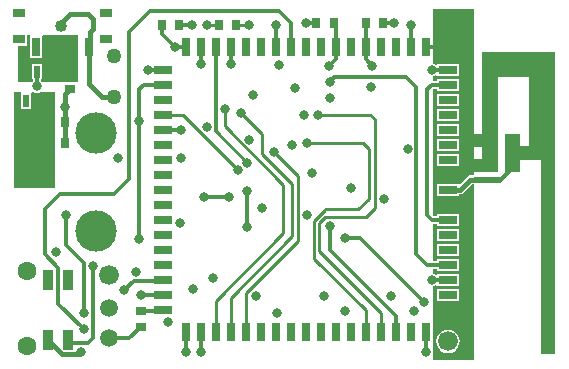
<source format=gtl>
%FSLAX24Y24*%
%MOIN*%
G70*
G01*
G75*
G04 Layer_Physical_Order=1*
G04 Layer_Color=255*
%ADD10R,0.0354X0.0315*%
%ADD11R,0.0315X0.0354*%
%ADD12R,0.0276X0.0354*%
%ADD13R,0.0319X0.0661*%
%ADD14R,0.0394X0.0315*%
%ADD15R,0.0276X0.0591*%
%ADD16R,0.0600X0.0300*%
%ADD17R,0.0300X0.0598*%
%ADD18R,0.0598X0.0300*%
%ADD19R,0.0217X0.0394*%
%ADD20R,0.0157X0.0157*%
%ADD21C,0.0150*%
%ADD22C,0.0120*%
%ADD23C,0.0100*%
%ADD24C,0.0181*%
%ADD25C,0.0630*%
%ADD26C,0.0661*%
%ADD27C,0.0591*%
%ADD28C,0.1378*%
%ADD29C,0.0320*%
%ADD30C,0.0400*%
%ADD31C,0.0500*%
G36*
X1500Y7770D02*
Y5850D01*
X122D01*
Y9050D01*
X358D01*
Y9050D01*
Y9015D01*
D01*
Y9015D01*
X358D01*
Y8501D01*
X694D01*
Y9015D01*
D01*
D01*
D01*
X694D01*
Y9015D01*
X694Y9015D01*
D01*
X730Y9050D01*
X803D01*
X814Y9043D01*
X900Y9026D01*
X986Y9043D01*
X997Y9050D01*
X1500D01*
Y7770D01*
D02*
G37*
G36*
X15450Y7660D02*
X15741D01*
Y10408D01*
X18170D01*
Y337D01*
X17694D01*
Y6794D01*
X16985D01*
Y6400D01*
X16686D01*
X16328Y6042D01*
X15450D01*
Y6223D01*
X16332D01*
X16509Y6400D01*
Y7660D01*
X16985D01*
Y7266D01*
X17300D01*
Y9550D01*
X16249D01*
Y6400D01*
X15450D01*
Y6286D01*
X15332D01*
X15274Y6274D01*
X15224Y6241D01*
X14983Y6000D01*
X14959Y6010D01*
Y6010D01*
X14959Y6010D01*
X14241D01*
Y5590D01*
X14959D01*
Y5647D01*
X15000D01*
X15000Y5647D01*
X15059Y5658D01*
X15108Y5692D01*
X15396Y5979D01*
X15450D01*
Y122D01*
X14100D01*
Y2586D01*
X14136Y2593D01*
X14197Y2633D01*
X14241Y2610D01*
Y2590D01*
X14959D01*
Y3010D01*
X14241D01*
Y2990D01*
X14197Y2967D01*
X14136Y3007D01*
X14100Y3014D01*
Y3178D01*
X14241D01*
Y3090D01*
X14959D01*
Y3510D01*
X14241D01*
Y3422D01*
X14100D01*
Y4678D01*
X14241D01*
Y4590D01*
X14959D01*
Y5010D01*
X14241D01*
Y4922D01*
X14101D01*
X14100Y4923D01*
Y9177D01*
X14101Y9178D01*
X14241D01*
Y9090D01*
X14959D01*
Y9510D01*
X14241D01*
Y9422D01*
X14100D01*
Y9586D01*
X14136Y9593D01*
X14197Y9633D01*
X14241Y9610D01*
Y9590D01*
X14959D01*
Y10010D01*
X14241D01*
Y9990D01*
X14197Y9967D01*
X14136Y10007D01*
X14100Y10014D01*
Y11828D01*
X15450D01*
Y7660D01*
D02*
G37*
G36*
X2250Y9400D02*
X1064D01*
X1059Y9409D01*
X1022Y9433D01*
Y9485D01*
X1068D01*
Y9999D01*
X732D01*
Y9485D01*
X778D01*
Y9433D01*
X741Y9409D01*
X736Y9400D01*
X250D01*
Y10599D01*
X570D01*
Y10950D01*
X666D01*
Y10950D01*
Y10916D01*
X666Y10915D01*
X666Y10915D01*
X666D01*
Y10206D01*
X1062D01*
Y10915D01*
X1062Y10915D01*
D01*
D01*
X1062Y10916D01*
D01*
X1096Y10950D01*
X2250D01*
Y9400D01*
D02*
G37*
%LPC*%
G36*
X14959Y4510D02*
X14241D01*
Y4090D01*
X14959D01*
Y4510D01*
D02*
G37*
G36*
Y7010D02*
X14241D01*
Y6590D01*
X14959D01*
Y7010D01*
D02*
G37*
G36*
Y4010D02*
X14241D01*
Y3590D01*
X14959D01*
Y4010D01*
D02*
G37*
G36*
X14600Y1144D02*
X14498Y1131D01*
X14403Y1091D01*
X14321Y1029D01*
X14259Y947D01*
X14219Y852D01*
X14206Y750D01*
X14219Y648D01*
X14259Y553D01*
X14321Y471D01*
X14403Y409D01*
X14498Y369D01*
X14600Y356D01*
X14702Y369D01*
X14797Y409D01*
X14879Y471D01*
X14941Y553D01*
X14981Y648D01*
X14994Y750D01*
X14981Y852D01*
X14941Y947D01*
X14879Y1029D01*
X14797Y1091D01*
X14702Y1131D01*
X14600Y1144D01*
D02*
G37*
G36*
X14959Y2510D02*
X14241D01*
Y2090D01*
X14959D01*
Y2510D01*
D02*
G37*
G36*
Y8510D02*
X14241D01*
Y8090D01*
X14959D01*
Y8510D01*
D02*
G37*
G36*
Y9010D02*
X14241D01*
Y8590D01*
X14959D01*
Y9010D01*
D02*
G37*
G36*
Y8010D02*
X14241D01*
Y7590D01*
X14959D01*
Y8010D01*
D02*
G37*
G36*
X15741Y7227D02*
X15450D01*
Y6833D01*
X15741D01*
Y7227D01*
D02*
G37*
G36*
X14959Y7510D02*
X14241D01*
Y7090D01*
X14959D01*
Y7510D01*
D02*
G37*
%LPD*%
D10*
X4350Y1776D02*
D03*
Y1224D02*
D03*
X2000Y9726D02*
D03*
Y9174D02*
D03*
D11*
X1274Y8050D02*
D03*
X1826D02*
D03*
X1274Y7350D02*
D03*
X1826D02*
D03*
D12*
X7545Y11300D02*
D03*
X6955D02*
D03*
X5645D02*
D03*
X5055D02*
D03*
X10795Y11350D02*
D03*
X10205D02*
D03*
X11855Y11350D02*
D03*
X12445D02*
D03*
D13*
X1257Y2800D02*
D03*
X1943D02*
D03*
X1257Y800D02*
D03*
X1943D02*
D03*
D14*
X3187Y11683D02*
D03*
X313D02*
D03*
Y10817D02*
D03*
X3187D02*
D03*
D15*
X2636Y10561D02*
D03*
X1455D02*
D03*
X864D02*
D03*
D16*
X5100Y9800D02*
D03*
Y9300D02*
D03*
Y8800D02*
D03*
Y8300D02*
D03*
Y7800D02*
D03*
Y7300D02*
D03*
Y6800D02*
D03*
Y6300D02*
D03*
Y5800D02*
D03*
Y5300D02*
D03*
Y4800D02*
D03*
Y4300D02*
D03*
Y3800D02*
D03*
Y3300D02*
D03*
Y2800D02*
D03*
Y2300D02*
D03*
Y1800D02*
D03*
D17*
X5850Y1050D02*
D03*
X6350D02*
D03*
X6850D02*
D03*
X7350D02*
D03*
X7850D02*
D03*
X8350D02*
D03*
X8850D02*
D03*
X9350D02*
D03*
X9850D02*
D03*
X10350D02*
D03*
X10850D02*
D03*
X11350D02*
D03*
X11850D02*
D03*
X12350D02*
D03*
X12850D02*
D03*
X13350D02*
D03*
X13850D02*
D03*
Y10550D02*
D03*
X13350D02*
D03*
X12850D02*
D03*
X12350D02*
D03*
X11850D02*
D03*
X11350D02*
D03*
X10850D02*
D03*
X10350D02*
D03*
X9850D02*
D03*
X9350D02*
D03*
X8850D02*
D03*
X8350D02*
D03*
X7850D02*
D03*
X7350D02*
D03*
X6850D02*
D03*
X6350D02*
D03*
X5850D02*
D03*
D18*
X14600Y1800D02*
D03*
Y2300D02*
D03*
Y2800D02*
D03*
Y3300D02*
D03*
Y3800D02*
D03*
Y4300D02*
D03*
Y4800D02*
D03*
Y5300D02*
D03*
Y5800D02*
D03*
Y6300D02*
D03*
Y6800D02*
D03*
Y7300D02*
D03*
Y7800D02*
D03*
Y8300D02*
D03*
Y8800D02*
D03*
Y9300D02*
D03*
Y9800D02*
D03*
D19*
X1274Y8758D02*
D03*
X526D02*
D03*
Y9742D02*
D03*
X900D02*
D03*
X1274D02*
D03*
D20*
X15539Y6134D02*
D03*
Y6607D02*
D03*
D21*
X2653Y11053D02*
X2750Y11150D01*
X2650Y11050D02*
X2653Y11053D01*
Y10578D02*
Y11053D01*
X2750Y11150D02*
Y11500D01*
X2600Y11650D02*
X2750Y11500D01*
X2000Y11650D02*
X2600D01*
X1700Y11350D02*
X2000Y11650D01*
X1700Y11250D02*
Y11350D01*
X3050Y8900D02*
X3450D01*
X2636Y9314D02*
X3050Y8900D01*
X2636Y9314D02*
Y10561D01*
X2653Y10578D01*
X1826Y9000D02*
X2000Y9174D01*
X1826Y8574D02*
Y9000D01*
Y8050D02*
Y8574D01*
Y7350D02*
Y8050D01*
X2284Y334D02*
X2350Y400D01*
X1727Y334D02*
X2284D01*
X1261Y800D02*
X1727Y334D01*
X1257Y800D02*
X1261D01*
D22*
X1150Y5150D02*
X1650Y5650D01*
X1150Y3650D02*
Y5150D01*
X1850Y3950D02*
Y4950D01*
Y3950D02*
X2450Y3350D01*
X1150Y3650D02*
X1600Y3200D01*
Y2000D02*
Y3200D01*
Y2000D02*
X2450Y1150D01*
Y1700D02*
Y3350D01*
X4650Y11750D02*
X8950D01*
X3950Y11050D02*
X4650Y11750D01*
X3950Y6150D02*
Y11050D01*
X3450Y5650D02*
X3950Y6150D01*
X1650Y5650D02*
X3450D01*
X900Y9250D02*
Y9742D01*
X11150Y4200D02*
X11650D01*
X13800Y2050D01*
X2043Y700D02*
X2600D01*
X2750Y850D01*
Y3250D01*
X14050Y9300D02*
X14600D01*
X13900Y9150D02*
X14050Y9300D01*
X13900Y4950D02*
Y9150D01*
Y4950D02*
X14050Y4800D01*
X14600D01*
X13900Y3300D02*
X14600D01*
X13530Y3670D02*
X13900Y3300D01*
X10800Y9550D02*
X13200D01*
X10650Y9400D02*
X10800Y9550D01*
X6850Y7750D02*
Y10550D01*
X7350Y10000D02*
Y10550D01*
X6350Y10000D02*
Y10550D01*
X5500D02*
X5850D01*
X6050Y11300D02*
X6050Y11300D01*
X5645Y11300D02*
X6050D01*
X8850Y10550D02*
Y11300D01*
X8950Y11750D02*
X9350Y11350D01*
Y10550D02*
Y11350D01*
X6450Y5550D02*
X7300D01*
X7900Y4550D02*
Y5750D01*
X12850Y1050D02*
Y1600D01*
X10650Y3800D02*
Y4600D01*
Y3800D02*
X12850Y1600D01*
X14050Y2800D02*
X14600D01*
X14050Y9800D02*
X14600D01*
X13850Y10550D02*
X14350D01*
X13850Y400D02*
Y1050D01*
X6350Y400D02*
Y1050D01*
X3300Y850D02*
X3976D01*
X4350Y1224D01*
Y1776D02*
X5076D01*
X4350Y2300D02*
X5100D01*
X5070Y2770D02*
X5100Y2800D01*
X4120Y2770D02*
X5070D01*
X3800Y2450D02*
X4120Y2770D01*
X4600Y9800D02*
X5100D01*
X4300Y9150D02*
X4450Y9300D01*
X5100D01*
X4300Y4150D02*
Y8100D01*
Y9150D01*
X5100Y7800D02*
X5700D01*
X5850Y400D02*
Y1050D01*
X10850Y10550D02*
Y11295D01*
X11850Y10550D02*
Y11345D01*
X12445Y11350D02*
X12800D01*
X9850Y11350D02*
X10205D01*
X11850Y10150D02*
Y10550D01*
Y10150D02*
X12069Y9931D01*
X10850Y10150D02*
Y10550D01*
X10632Y9931D02*
X10850Y10150D01*
X13350Y10550D02*
Y11300D01*
X5055Y10995D02*
Y11300D01*
Y10995D02*
X5500Y10550D01*
X13200Y9550D02*
X13530Y9220D01*
Y3670D02*
Y9220D01*
D23*
X12350Y1050D02*
Y1700D01*
X10300Y3750D02*
X12350Y1700D01*
X10300Y3750D02*
Y4700D01*
X10500Y4900D02*
X11850D01*
X12150Y5200D01*
Y8150D01*
X12000Y8300D02*
X12150Y8150D01*
X10300Y4700D02*
X10500Y4900D01*
X9900Y7350D02*
X11750D01*
X11950Y7150D01*
Y5500D02*
Y7150D01*
X11600Y5150D02*
X11950Y5500D01*
X10500Y5150D02*
X11600D01*
X10500Y5126D02*
Y5150D01*
X10140Y4766D02*
X10500Y5126D01*
X10140Y3510D02*
Y4766D01*
Y3510D02*
X11850Y1800D01*
Y1050D02*
Y1800D01*
X6850Y7750D02*
X7900Y6700D01*
X7850Y1050D02*
Y2350D01*
X7350Y1050D02*
Y2200D01*
X8400Y7000D02*
Y7650D01*
X7700Y8350D02*
X8400Y7650D01*
X7150Y7918D02*
Y8500D01*
X8800Y7050D02*
X9600Y6250D01*
X7850Y2350D02*
X9600Y4100D01*
Y6250D01*
X7350Y2200D02*
X9400Y4250D01*
Y6000D01*
X8400Y7000D02*
X9400Y6000D01*
X5750Y8300D02*
X7600Y6450D01*
X5100Y8300D02*
X5750D01*
X9100Y4350D02*
Y5968D01*
X6850Y2100D02*
X9100Y4350D01*
X6850Y1050D02*
Y2100D01*
X7150Y7918D02*
X9100Y5968D01*
X10250Y8300D02*
X12000D01*
X6550Y11300D02*
X6955D01*
X7545D02*
X7950D01*
D24*
X14600Y5800D02*
X15000D01*
X15332Y6132D02*
X15529D01*
X15000Y5800D02*
X15332Y6132D01*
D25*
X550Y3100D02*
D03*
Y600D02*
D03*
D26*
X3300Y2950D02*
D03*
X14600Y750D02*
D03*
D27*
X3300Y850D02*
D03*
Y1850D02*
D03*
D28*
X2850Y7684D02*
D03*
Y4416D02*
D03*
D29*
X1850Y4950D02*
D03*
X1534Y3734D02*
D03*
X1826Y8574D02*
D03*
X1250Y6050D02*
D03*
Y6700D02*
D03*
X700Y6400D02*
D03*
Y7000D02*
D03*
Y7550D02*
D03*
Y8100D02*
D03*
X900Y9250D02*
D03*
X11150Y4200D02*
D03*
X13250Y7150D02*
D03*
X11374Y5874D02*
D03*
X12450Y5500D02*
D03*
X2350Y400D02*
D03*
X2450Y1150D02*
D03*
Y1700D02*
D03*
X2750Y3250D02*
D03*
X9500Y9200D02*
D03*
X10650Y9400D02*
D03*
X7350Y10000D02*
D03*
X6350D02*
D03*
X5500Y10550D02*
D03*
X6050Y11300D02*
D03*
X8850D02*
D03*
X5700Y7800D02*
D03*
X6450Y5550D02*
D03*
X7300D02*
D03*
X7900Y5750D02*
D03*
Y4550D02*
D03*
X10650Y4600D02*
D03*
X9900Y4950D02*
D03*
X8400Y5200D02*
D03*
X5650Y4700D02*
D03*
X5700Y6850D02*
D03*
X15200Y8100D02*
D03*
Y8600D02*
D03*
Y9100D02*
D03*
Y9600D02*
D03*
Y10100D02*
D03*
Y10600D02*
D03*
X14500Y10400D02*
D03*
X15200Y5100D02*
D03*
Y4600D02*
D03*
Y4100D02*
D03*
Y3600D02*
D03*
Y3100D02*
D03*
Y2600D02*
D03*
Y2100D02*
D03*
X10450Y2250D02*
D03*
X8200D02*
D03*
X12700D02*
D03*
X8900Y1700D02*
D03*
X11150Y1750D02*
D03*
X13450D02*
D03*
X6100Y2500D02*
D03*
X4200Y3050D02*
D03*
X10050Y6350D02*
D03*
X13800Y2050D02*
D03*
X14050Y2800D02*
D03*
Y9800D02*
D03*
X13850Y400D02*
D03*
X6350D02*
D03*
X6776Y2874D02*
D03*
X4350Y2300D02*
D03*
X3800Y2450D02*
D03*
X4600Y9800D02*
D03*
X4300Y4150D02*
D03*
Y8100D02*
D03*
X3607Y6857D02*
D03*
X5850Y400D02*
D03*
X12800Y11350D02*
D03*
X9850Y11350D02*
D03*
X10632Y9931D02*
D03*
X12069D02*
D03*
X10668Y8868D02*
D03*
X12023Y9223D02*
D03*
X7976Y7474D02*
D03*
X9800Y8300D02*
D03*
X9400Y7300D02*
D03*
X9900Y7350D02*
D03*
X5250Y1400D02*
D03*
X7900Y6700D02*
D03*
X8800Y7050D02*
D03*
X7700Y8350D02*
D03*
X7150Y8500D02*
D03*
X7600Y6450D02*
D03*
X6550Y7900D02*
D03*
X8100Y8950D02*
D03*
X13350Y11300D02*
D03*
X15200Y7550D02*
D03*
Y7050D02*
D03*
Y6450D02*
D03*
X10250Y8300D02*
D03*
X6550Y11300D02*
D03*
X7950D02*
D03*
X8976Y9976D02*
D03*
D30*
X1700Y11250D02*
D03*
D31*
X3450Y8900D02*
D03*
Y10250D02*
D03*
M02*

</source>
